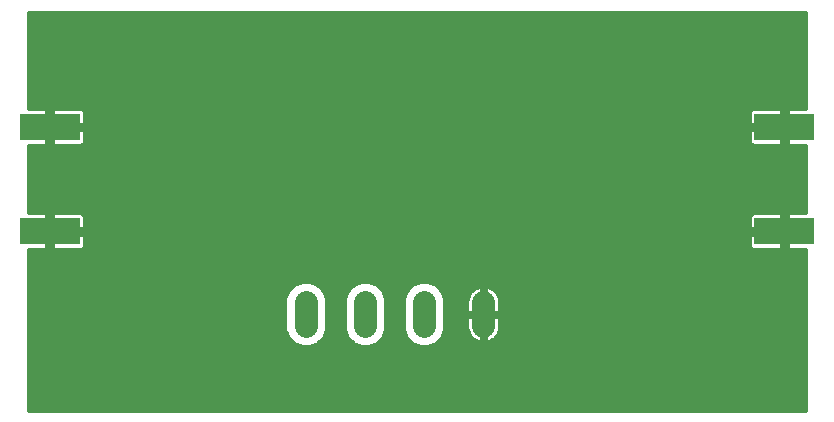
<source format=gbl>
G75*
%MOIN*%
%OFA0B0*%
%FSLAX25Y25*%
%IPPOS*%
%LPD*%
%AMOC8*
5,1,8,0,0,1.08239X$1,22.5*
%
%ADD10R,0.20000X0.09000*%
%ADD11C,0.07800*%
%ADD12C,0.02581*%
%ADD13C,0.01600*%
%ADD14C,0.23622*%
D10*
X0048606Y0064400D03*
X0048606Y0099200D03*
X0293406Y0099200D03*
X0293406Y0064400D03*
D11*
X0193106Y0040700D02*
X0193106Y0032900D01*
X0173306Y0032900D02*
X0173306Y0040700D01*
X0153706Y0040700D02*
X0153706Y0032900D01*
X0133906Y0032900D02*
X0133906Y0040700D01*
D12*
X0142506Y0048800D03*
X0133506Y0058800D03*
X0117506Y0059800D03*
X0117506Y0065800D03*
X0117506Y0071800D03*
X0110506Y0073800D03*
X0104506Y0073800D03*
X0098506Y0071800D03*
X0098506Y0065800D03*
X0098506Y0059800D03*
X0098506Y0053800D03*
X0091006Y0051300D03*
X0100506Y0047800D03*
X0115506Y0047800D03*
X0117506Y0053800D03*
X0151506Y0076800D03*
X0162506Y0067800D03*
X0168506Y0076800D03*
X0180506Y0086800D03*
X0190506Y0094800D03*
X0174506Y0102800D03*
X0183506Y0112800D03*
X0179506Y0117800D03*
X0191506Y0112800D03*
X0179506Y0125800D03*
X0183506Y0131800D03*
X0190506Y0131800D03*
X0199506Y0132800D03*
X0224506Y0133800D03*
X0224506Y0128800D03*
X0224506Y0123800D03*
X0224506Y0118800D03*
X0224506Y0113800D03*
X0224506Y0108800D03*
X0224506Y0103800D03*
X0224506Y0098800D03*
X0224506Y0093800D03*
X0224506Y0088800D03*
X0224506Y0083800D03*
X0224506Y0078800D03*
X0222506Y0072800D03*
X0216506Y0072800D03*
X0210506Y0072800D03*
X0204506Y0072800D03*
X0201506Y0067800D03*
X0201506Y0061800D03*
X0192506Y0061800D03*
X0201506Y0055800D03*
X0198006Y0048800D03*
X0193006Y0048800D03*
X0188006Y0048800D03*
X0183006Y0043800D03*
X0183006Y0038800D03*
X0183006Y0033800D03*
X0183006Y0028800D03*
X0188006Y0023800D03*
X0193006Y0023800D03*
X0197506Y0023800D03*
X0202506Y0028800D03*
X0202506Y0033800D03*
X0202506Y0038800D03*
X0202506Y0043800D03*
X0205506Y0048800D03*
X0213506Y0048800D03*
X0220506Y0048800D03*
X0225506Y0054800D03*
X0225506Y0061800D03*
X0225506Y0067800D03*
X0242506Y0082800D03*
X0252506Y0087300D03*
X0256506Y0082300D03*
X0261506Y0078300D03*
X0267506Y0073800D03*
X0273506Y0072800D03*
X0279506Y0072800D03*
X0284506Y0072800D03*
X0289506Y0072800D03*
X0294506Y0072800D03*
X0277006Y0065300D03*
X0279506Y0057800D03*
X0277506Y0052800D03*
X0287006Y0055300D03*
X0292006Y0055300D03*
X0297006Y0055300D03*
X0282506Y0035658D03*
X0275006Y0032824D03*
X0270006Y0025300D03*
X0270006Y0017800D03*
X0275006Y0010300D03*
X0282506Y0007800D03*
X0292506Y0010300D03*
X0297506Y0017800D03*
X0297506Y0025300D03*
X0292506Y0032800D03*
X0257506Y0027800D03*
X0232506Y0017800D03*
X0217506Y0032800D03*
X0242506Y0047800D03*
X0252506Y0067800D03*
X0279506Y0090800D03*
X0284506Y0090800D03*
X0289506Y0090800D03*
X0294506Y0090800D03*
X0278506Y0098800D03*
X0278506Y0103800D03*
X0269506Y0103800D03*
X0268506Y0108800D03*
X0268506Y0113800D03*
X0268506Y0118800D03*
X0268506Y0123800D03*
X0268506Y0128800D03*
X0268506Y0133800D03*
X0248506Y0129800D03*
X0244506Y0133800D03*
X0248506Y0124800D03*
X0248506Y0119800D03*
X0248506Y0114800D03*
X0248506Y0109800D03*
X0248506Y0104800D03*
X0249506Y0099800D03*
X0250006Y0094800D03*
X0237506Y0102800D03*
X0237506Y0117800D03*
X0271006Y0098300D03*
X0273506Y0093800D03*
X0291006Y0108800D03*
X0296006Y0108800D03*
X0296006Y0133800D03*
X0162506Y0055800D03*
X0163506Y0046800D03*
X0160506Y0023800D03*
X0149506Y0023800D03*
X0138506Y0023800D03*
X0127506Y0023800D03*
X0120506Y0028800D03*
X0112506Y0028800D03*
X0104506Y0028800D03*
X0096506Y0028800D03*
X0088506Y0028800D03*
X0080006Y0030300D03*
X0070006Y0030300D03*
X0064006Y0035300D03*
X0066506Y0041300D03*
X0059006Y0041300D03*
X0055006Y0035300D03*
X0047506Y0030300D03*
X0044530Y0022800D03*
X0047506Y0012800D03*
X0055006Y0007800D03*
X0062506Y0007800D03*
X0070006Y0012800D03*
X0072506Y0022800D03*
X0092006Y0016300D03*
X0114506Y0016300D03*
X0066506Y0048800D03*
X0064006Y0053800D03*
X0059006Y0056300D03*
X0064006Y0058800D03*
X0063006Y0063800D03*
X0064506Y0068800D03*
X0059506Y0072300D03*
X0064506Y0073800D03*
X0054506Y0072300D03*
X0049506Y0072300D03*
X0045006Y0072300D03*
X0044006Y0056300D03*
X0049006Y0056300D03*
X0054006Y0056300D03*
X0081506Y0055800D03*
X0081506Y0060800D03*
X0081506Y0065800D03*
X0080506Y0070800D03*
X0079506Y0075800D03*
X0087006Y0079300D03*
X0092006Y0084800D03*
X0095006Y0091300D03*
X0097006Y0097800D03*
X0079506Y0098800D03*
X0077506Y0104800D03*
X0070506Y0098800D03*
X0077506Y0093800D03*
X0074506Y0090800D03*
X0069506Y0090800D03*
X0064506Y0090800D03*
X0059506Y0091300D03*
X0054506Y0091300D03*
X0049506Y0091300D03*
X0045006Y0091300D03*
X0065506Y0106300D03*
X0077506Y0109800D03*
X0077506Y0114800D03*
X0077506Y0119800D03*
X0077506Y0124800D03*
X0077506Y0129800D03*
X0075506Y0133800D03*
X0045506Y0133800D03*
X0045506Y0108800D03*
X0119506Y0111800D03*
X0126506Y0112800D03*
X0134506Y0112800D03*
X0137506Y0118800D03*
X0137506Y0125800D03*
X0135506Y0131800D03*
X0126506Y0131800D03*
X0117506Y0132800D03*
X0158506Y0130800D03*
X0160506Y0110800D03*
X0144506Y0101800D03*
X0130506Y0094800D03*
X0140506Y0086800D03*
X0160506Y0092800D03*
X0119506Y0103800D03*
X0173506Y0023800D03*
D13*
X0041706Y0005000D02*
X0041706Y0058100D01*
X0047806Y0058100D01*
X0047806Y0063600D01*
X0049406Y0063600D01*
X0049406Y0058100D01*
X0058843Y0058100D01*
X0059301Y0058223D01*
X0059712Y0058460D01*
X0060047Y0058795D01*
X0060284Y0059205D01*
X0060406Y0059663D01*
X0060406Y0063600D01*
X0049406Y0063600D01*
X0049406Y0065200D01*
X0047806Y0065200D01*
X0047806Y0070700D01*
X0041706Y0070700D01*
X0041706Y0092900D01*
X0047806Y0092900D01*
X0047806Y0098400D01*
X0049406Y0098400D01*
X0049406Y0092900D01*
X0058843Y0092900D01*
X0059301Y0093023D01*
X0059712Y0093260D01*
X0060047Y0093595D01*
X0060284Y0094005D01*
X0060406Y0094463D01*
X0060406Y0098400D01*
X0049406Y0098400D01*
X0049406Y0100000D01*
X0047806Y0100000D01*
X0047806Y0105500D01*
X0041706Y0105500D01*
X0041706Y0137301D01*
X0300228Y0137301D01*
X0300228Y0105500D01*
X0294206Y0105500D01*
X0294206Y0100000D01*
X0292606Y0100000D01*
X0292606Y0098400D01*
X0281606Y0098400D01*
X0281606Y0094463D01*
X0281729Y0094005D01*
X0281966Y0093595D01*
X0282301Y0093260D01*
X0282712Y0093023D01*
X0283169Y0092900D01*
X0292606Y0092900D01*
X0292606Y0098400D01*
X0294206Y0098400D01*
X0294206Y0092900D01*
X0300228Y0092900D01*
X0300228Y0070700D01*
X0294206Y0070700D01*
X0294206Y0065200D01*
X0292606Y0065200D01*
X0292606Y0063600D01*
X0281606Y0063600D01*
X0281606Y0059663D01*
X0281729Y0059205D01*
X0281966Y0058795D01*
X0282301Y0058460D01*
X0282712Y0058223D01*
X0283169Y0058100D01*
X0292606Y0058100D01*
X0292606Y0063600D01*
X0294206Y0063600D01*
X0294206Y0058100D01*
X0300228Y0058100D01*
X0300228Y0005000D01*
X0041706Y0005000D01*
X0041706Y0006596D02*
X0300228Y0006596D01*
X0300228Y0008194D02*
X0041706Y0008194D01*
X0041706Y0009793D02*
X0300228Y0009793D01*
X0300228Y0011391D02*
X0041706Y0011391D01*
X0041706Y0012990D02*
X0300228Y0012990D01*
X0300228Y0014588D02*
X0041706Y0014588D01*
X0041706Y0016187D02*
X0300228Y0016187D01*
X0300228Y0017785D02*
X0041706Y0017785D01*
X0041706Y0019384D02*
X0300228Y0019384D01*
X0300228Y0020982D02*
X0041706Y0020982D01*
X0041706Y0022581D02*
X0300228Y0022581D01*
X0300228Y0024179D02*
X0041706Y0024179D01*
X0041706Y0025778D02*
X0300228Y0025778D01*
X0300228Y0027376D02*
X0194551Y0027376D01*
X0194441Y0027340D02*
X0195294Y0027618D01*
X0196094Y0028025D01*
X0196820Y0028552D01*
X0197454Y0029187D01*
X0197981Y0029913D01*
X0198389Y0030712D01*
X0198666Y0031565D01*
X0198806Y0032451D01*
X0198806Y0036300D01*
X0193606Y0036300D01*
X0193606Y0027208D01*
X0194441Y0027340D01*
X0193606Y0027376D02*
X0192606Y0027376D01*
X0192606Y0027208D02*
X0192606Y0036300D01*
X0187406Y0036300D01*
X0187406Y0032451D01*
X0187547Y0031565D01*
X0187824Y0030712D01*
X0188231Y0029913D01*
X0188759Y0029187D01*
X0189393Y0028552D01*
X0190119Y0028025D01*
X0190918Y0027618D01*
X0191772Y0027340D01*
X0192606Y0027208D01*
X0191661Y0027376D02*
X0177823Y0027376D01*
X0177328Y0026881D02*
X0179325Y0028878D01*
X0180406Y0031488D01*
X0180406Y0042112D01*
X0179325Y0044722D01*
X0177328Y0046719D01*
X0174719Y0047800D01*
X0171894Y0047800D01*
X0169284Y0046719D01*
X0167287Y0044722D01*
X0166206Y0042112D01*
X0166206Y0031488D01*
X0167287Y0028878D01*
X0169284Y0026881D01*
X0171894Y0025800D01*
X0174719Y0025800D01*
X0177328Y0026881D01*
X0179365Y0028975D02*
X0188971Y0028975D01*
X0187895Y0030573D02*
X0180027Y0030573D01*
X0180406Y0032172D02*
X0187451Y0032172D01*
X0187406Y0033770D02*
X0180406Y0033770D01*
X0180406Y0035369D02*
X0187406Y0035369D01*
X0187406Y0037300D02*
X0192606Y0037300D01*
X0192606Y0036300D01*
X0193606Y0036300D01*
X0193606Y0037300D01*
X0192606Y0037300D01*
X0192606Y0046392D01*
X0191772Y0046260D01*
X0190918Y0045982D01*
X0190119Y0045575D01*
X0189393Y0045048D01*
X0188759Y0044413D01*
X0188231Y0043687D01*
X0187824Y0042888D01*
X0187547Y0042035D01*
X0187406Y0041149D01*
X0187406Y0037300D01*
X0187406Y0038566D02*
X0180406Y0038566D01*
X0180406Y0040164D02*
X0187406Y0040164D01*
X0187504Y0041763D02*
X0180406Y0041763D01*
X0179889Y0043361D02*
X0188065Y0043361D01*
X0189305Y0044960D02*
X0179087Y0044960D01*
X0177489Y0046558D02*
X0300228Y0046558D01*
X0300228Y0044960D02*
X0196907Y0044960D01*
X0196820Y0045048D02*
X0196094Y0045575D01*
X0195294Y0045982D01*
X0194441Y0046260D01*
X0193606Y0046392D01*
X0193606Y0037300D01*
X0198806Y0037300D01*
X0198806Y0041149D01*
X0198666Y0042035D01*
X0198389Y0042888D01*
X0197981Y0043687D01*
X0197454Y0044413D01*
X0196820Y0045048D01*
X0198148Y0043361D02*
X0300228Y0043361D01*
X0300228Y0041763D02*
X0198709Y0041763D01*
X0198806Y0040164D02*
X0300228Y0040164D01*
X0300228Y0038566D02*
X0198806Y0038566D01*
X0198806Y0035369D02*
X0300228Y0035369D01*
X0300228Y0036967D02*
X0193606Y0036967D01*
X0192606Y0036967D02*
X0180406Y0036967D01*
X0192606Y0035369D02*
X0193606Y0035369D01*
X0193606Y0033770D02*
X0192606Y0033770D01*
X0192606Y0032172D02*
X0193606Y0032172D01*
X0193606Y0030573D02*
X0192606Y0030573D01*
X0192606Y0028975D02*
X0193606Y0028975D01*
X0197242Y0028975D02*
X0300228Y0028975D01*
X0300228Y0030573D02*
X0198318Y0030573D01*
X0198762Y0032172D02*
X0300228Y0032172D01*
X0300228Y0033770D02*
X0198806Y0033770D01*
X0193606Y0038566D02*
X0192606Y0038566D01*
X0192606Y0040164D02*
X0193606Y0040164D01*
X0193606Y0041763D02*
X0192606Y0041763D01*
X0192606Y0043361D02*
X0193606Y0043361D01*
X0193606Y0044960D02*
X0192606Y0044960D01*
X0169124Y0046558D02*
X0157889Y0046558D01*
X0157728Y0046719D02*
X0155119Y0047800D01*
X0152294Y0047800D01*
X0149684Y0046719D01*
X0147687Y0044722D01*
X0146606Y0042112D01*
X0146606Y0031488D01*
X0147687Y0028878D01*
X0149684Y0026881D01*
X0152294Y0025800D01*
X0155119Y0025800D01*
X0157728Y0026881D01*
X0159725Y0028878D01*
X0160806Y0031488D01*
X0160806Y0042112D01*
X0159725Y0044722D01*
X0157728Y0046719D01*
X0159487Y0044960D02*
X0167525Y0044960D01*
X0166724Y0043361D02*
X0160289Y0043361D01*
X0160806Y0041763D02*
X0166206Y0041763D01*
X0166206Y0040164D02*
X0160806Y0040164D01*
X0160806Y0038566D02*
X0166206Y0038566D01*
X0166206Y0036967D02*
X0160806Y0036967D01*
X0160806Y0035369D02*
X0166206Y0035369D01*
X0166206Y0033770D02*
X0160806Y0033770D01*
X0160806Y0032172D02*
X0166206Y0032172D01*
X0166585Y0030573D02*
X0160427Y0030573D01*
X0159765Y0028975D02*
X0167247Y0028975D01*
X0168789Y0027376D02*
X0158223Y0027376D01*
X0149189Y0027376D02*
X0138423Y0027376D01*
X0137928Y0026881D02*
X0139925Y0028878D01*
X0141006Y0031488D01*
X0141006Y0042112D01*
X0139925Y0044722D01*
X0137928Y0046719D01*
X0135319Y0047800D01*
X0132494Y0047800D01*
X0129884Y0046719D01*
X0127887Y0044722D01*
X0126806Y0042112D01*
X0126806Y0031488D01*
X0127887Y0028878D01*
X0129884Y0026881D01*
X0132494Y0025800D01*
X0135319Y0025800D01*
X0137928Y0026881D01*
X0139965Y0028975D02*
X0147647Y0028975D01*
X0146985Y0030573D02*
X0140627Y0030573D01*
X0141006Y0032172D02*
X0146606Y0032172D01*
X0146606Y0033770D02*
X0141006Y0033770D01*
X0141006Y0035369D02*
X0146606Y0035369D01*
X0146606Y0036967D02*
X0141006Y0036967D01*
X0141006Y0038566D02*
X0146606Y0038566D01*
X0146606Y0040164D02*
X0141006Y0040164D01*
X0141006Y0041763D02*
X0146606Y0041763D01*
X0147124Y0043361D02*
X0140489Y0043361D01*
X0139687Y0044960D02*
X0147925Y0044960D01*
X0149524Y0046558D02*
X0138089Y0046558D01*
X0129724Y0046558D02*
X0041706Y0046558D01*
X0041706Y0044960D02*
X0128125Y0044960D01*
X0127324Y0043361D02*
X0041706Y0043361D01*
X0041706Y0041763D02*
X0126806Y0041763D01*
X0126806Y0040164D02*
X0041706Y0040164D01*
X0041706Y0038566D02*
X0126806Y0038566D01*
X0126806Y0036967D02*
X0041706Y0036967D01*
X0041706Y0035369D02*
X0126806Y0035369D01*
X0126806Y0033770D02*
X0041706Y0033770D01*
X0041706Y0032172D02*
X0126806Y0032172D01*
X0127185Y0030573D02*
X0041706Y0030573D01*
X0041706Y0028975D02*
X0127847Y0028975D01*
X0129389Y0027376D02*
X0041706Y0027376D01*
X0041706Y0048157D02*
X0300228Y0048157D01*
X0300228Y0049755D02*
X0041706Y0049755D01*
X0041706Y0051354D02*
X0300228Y0051354D01*
X0300228Y0052952D02*
X0041706Y0052952D01*
X0041706Y0054551D02*
X0300228Y0054551D01*
X0300228Y0056149D02*
X0041706Y0056149D01*
X0041706Y0057748D02*
X0300228Y0057748D01*
X0294206Y0059346D02*
X0292606Y0059346D01*
X0292606Y0060945D02*
X0294206Y0060945D01*
X0294206Y0062543D02*
X0292606Y0062543D01*
X0292606Y0064142D02*
X0049406Y0064142D01*
X0049406Y0065200D02*
X0060406Y0065200D01*
X0060406Y0069137D01*
X0060284Y0069595D01*
X0060047Y0070005D01*
X0059712Y0070340D01*
X0059301Y0070577D01*
X0058843Y0070700D01*
X0049406Y0070700D01*
X0049406Y0065200D01*
X0049406Y0065740D02*
X0047806Y0065740D01*
X0047806Y0067339D02*
X0049406Y0067339D01*
X0049406Y0068937D02*
X0047806Y0068937D01*
X0047806Y0070536D02*
X0049406Y0070536D01*
X0041706Y0072134D02*
X0300228Y0072134D01*
X0300228Y0073733D02*
X0041706Y0073733D01*
X0041706Y0075332D02*
X0300228Y0075332D01*
X0300228Y0076930D02*
X0041706Y0076930D01*
X0041706Y0078529D02*
X0300228Y0078529D01*
X0300228Y0080127D02*
X0041706Y0080127D01*
X0041706Y0081726D02*
X0300228Y0081726D01*
X0300228Y0083324D02*
X0041706Y0083324D01*
X0041706Y0084923D02*
X0300228Y0084923D01*
X0300228Y0086521D02*
X0041706Y0086521D01*
X0041706Y0088120D02*
X0300228Y0088120D01*
X0300228Y0089718D02*
X0041706Y0089718D01*
X0041706Y0091317D02*
X0300228Y0091317D01*
X0294206Y0092915D02*
X0292606Y0092915D01*
X0292606Y0094514D02*
X0294206Y0094514D01*
X0294206Y0096112D02*
X0292606Y0096112D01*
X0292606Y0097711D02*
X0294206Y0097711D01*
X0292606Y0099309D02*
X0049406Y0099309D01*
X0049406Y0100000D02*
X0060406Y0100000D01*
X0060406Y0103937D01*
X0060284Y0104395D01*
X0060047Y0104805D01*
X0059712Y0105140D01*
X0059301Y0105377D01*
X0058843Y0105500D01*
X0049406Y0105500D01*
X0049406Y0100000D01*
X0049406Y0100908D02*
X0047806Y0100908D01*
X0047806Y0102506D02*
X0049406Y0102506D01*
X0049406Y0104105D02*
X0047806Y0104105D01*
X0041706Y0105703D02*
X0300228Y0105703D01*
X0300228Y0107302D02*
X0041706Y0107302D01*
X0041706Y0108900D02*
X0300228Y0108900D01*
X0300228Y0110499D02*
X0041706Y0110499D01*
X0041706Y0112097D02*
X0300228Y0112097D01*
X0300228Y0113696D02*
X0041706Y0113696D01*
X0041706Y0115294D02*
X0300228Y0115294D01*
X0300228Y0116893D02*
X0041706Y0116893D01*
X0041706Y0118491D02*
X0300228Y0118491D01*
X0300228Y0120090D02*
X0041706Y0120090D01*
X0041706Y0121688D02*
X0300228Y0121688D01*
X0300228Y0123287D02*
X0041706Y0123287D01*
X0041706Y0124885D02*
X0300228Y0124885D01*
X0300228Y0126484D02*
X0041706Y0126484D01*
X0041706Y0128082D02*
X0300228Y0128082D01*
X0300228Y0129681D02*
X0041706Y0129681D01*
X0041706Y0131279D02*
X0300228Y0131279D01*
X0300228Y0132878D02*
X0041706Y0132878D01*
X0041706Y0134476D02*
X0300228Y0134476D01*
X0300228Y0136075D02*
X0041706Y0136075D01*
X0060361Y0104105D02*
X0281651Y0104105D01*
X0281606Y0103937D02*
X0281606Y0100000D01*
X0292606Y0100000D01*
X0292606Y0105500D01*
X0283169Y0105500D01*
X0282712Y0105377D01*
X0282301Y0105140D01*
X0281966Y0104805D01*
X0281729Y0104395D01*
X0281606Y0103937D01*
X0281606Y0102506D02*
X0060406Y0102506D01*
X0060406Y0100908D02*
X0281606Y0100908D01*
X0281606Y0097711D02*
X0060406Y0097711D01*
X0060406Y0096112D02*
X0281606Y0096112D01*
X0281606Y0094514D02*
X0060406Y0094514D01*
X0058900Y0092915D02*
X0283113Y0092915D01*
X0292606Y0100908D02*
X0294206Y0100908D01*
X0294206Y0102506D02*
X0292606Y0102506D01*
X0292606Y0104105D02*
X0294206Y0104105D01*
X0292606Y0070700D02*
X0283169Y0070700D01*
X0282712Y0070577D01*
X0282301Y0070340D01*
X0281966Y0070005D01*
X0281729Y0069595D01*
X0281606Y0069137D01*
X0281606Y0065200D01*
X0292606Y0065200D01*
X0292606Y0070700D01*
X0292606Y0070536D02*
X0294206Y0070536D01*
X0294206Y0068937D02*
X0292606Y0068937D01*
X0292606Y0067339D02*
X0294206Y0067339D01*
X0294206Y0065740D02*
X0292606Y0065740D01*
X0281606Y0065740D02*
X0060406Y0065740D01*
X0060406Y0067339D02*
X0281606Y0067339D01*
X0281606Y0068937D02*
X0060406Y0068937D01*
X0059373Y0070536D02*
X0282640Y0070536D01*
X0281606Y0062543D02*
X0060406Y0062543D01*
X0060406Y0060945D02*
X0281606Y0060945D01*
X0281691Y0059346D02*
X0060321Y0059346D01*
X0049406Y0059346D02*
X0047806Y0059346D01*
X0047806Y0060945D02*
X0049406Y0060945D01*
X0049406Y0062543D02*
X0047806Y0062543D01*
X0047806Y0092915D02*
X0049406Y0092915D01*
X0049406Y0094514D02*
X0047806Y0094514D01*
X0047806Y0096112D02*
X0049406Y0096112D01*
X0049406Y0097711D02*
X0047806Y0097711D01*
D14*
X0058506Y0121800D03*
X0058506Y0021800D03*
X0283506Y0021800D03*
X0283506Y0121800D03*
M02*

</source>
